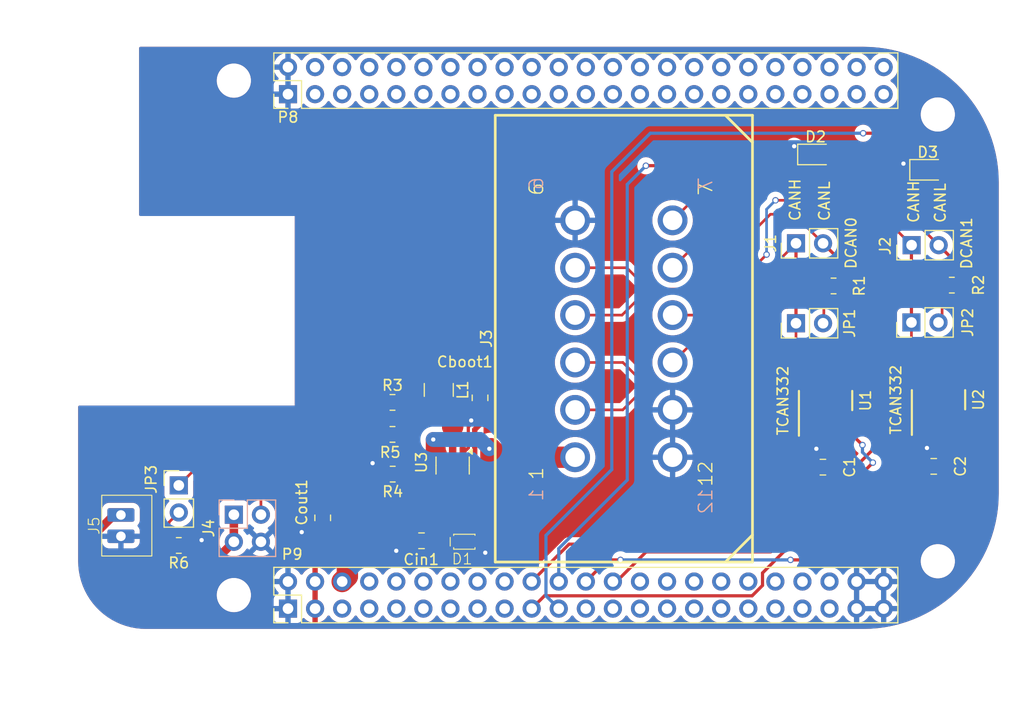
<source format=kicad_pcb>
(kicad_pcb (version 20241229) (generator "pcbnew") (generator_version "9.0")
  (layers (0 "F.Cu" signal) (2 "B.Cu" signal) (13 "F.Paste" user) (15 "B.Paste" user) (5 "F.SilkS" user "F.Silkscreen") (7 "B.SilkS" user "B.Silkscreen") (1 "F.Mask" user) (3 "B.Mask" user) (25 "Edge.Cuts" user))
  (net 0 "")
  (net 1 "/I2C2.SDA")
  (net 2 "/I2C2.SCL")
  (net 3 "+5V")
  (net 4 "/GPIO15")
  (net 5 "/GPIO14")
  (net 7 "CAN HIGH 1")
  (net 8 "Net-(JP1-B)")
  (net 9 "Net-(JP2-B)")
  (net 10 "+3.3V")
  (net 11 "GND")
  (net 12 "Net-(U3-SW)")
  (net 13 "Net-(U3-CB)")
  (net 14 "+24V")
  (net 15 "Net-(R3-Pad2)")
  (net 16 "Net-(U3-FB)")
  (net 21 "CAN LOW 1")
  (net 22 "Net-(J4-Pin_1)")
  (net 23 "/GPIO2")
  (net 24 "Net-(J4-Pin_3)")
  (net 25 "Net-(JP3-B)")
  (net 75 "/GPIO3")
  (net 101 "CAN HIGH 0")
  (net 102 "CAN LOW 0")
  (footprint "Connector_PinHeader_2.54mm:PinHeader_2x23_P2.54mm_Vertical" (layer "F.Cu") (at 119.685 49.835 90)
    (property "Reference" "P8" (at -2.165 0 0) (layer "F.SilkS"))
    (property "Value" "BeagleBone_Black_Header" (hide yes))
    (pad "1" thru_hole rect (at 0 0 90) (size 1.7 1.7) (drill 1) (layers "*.Cu" "*.Mask") (net 11 "GND"))
    (pad "2" thru_hole oval (at 2.54 0 90) (size 1.7 1.7) (drill 1) (layers "*.Cu" "*.Mask") (net 11 "GND"))
    (pad "3" thru_hole oval (at 0 2.54 90) (size 1.7 1.7) (drill 1) (layers "*.Cu" "*.Mask"))
    (pad "4" thru_hole oval (at 2.54 2.54 90) (size 1.7 1.7) (drill 1) (layers "*.Cu" "*.Mask"))
    (pad "5" thru_hole oval (at 0 5.08 90) (size 1.7 1.7) (drill 1) (layers "*.Cu" "*.Mask"))
    (pad "6" thru_hole oval (at 2.54 5.08 90) (size 1.7 1.7) (drill 1) (layers "*.Cu" "*.Mask"))
    (pad "7" thru_hole oval (at 0 7.62 90) (size 1.7 1.7) (drill 1) (layers "*.Cu" "*.Mask"))
    (pad "8" thru_hole oval (at 2.54 7.62 90) (size 1.7 1.7) (drill 1) (layers "*.Cu" "*.Mask"))
    (pad "9" thru_hole oval (at 0 10.16 90) (size 1.7 1.7) (drill 1) (layers "*.Cu" "*.Mask"))
    (pad "10" thru_hole oval (at 2.54 10.16 90) (size 1.7 1.7) (drill 1) (layers "*.Cu" "*.Mask"))
    (pad "11" thru_hole oval (at 0 12.7 90) (size 1.7 1.7) (drill 1) (layers "*.Cu" "*.Mask"))
    (pad "12" thru_hole oval (at 2.54 12.7 90) (size 1.7 1.7) (drill 1) (layers "*.Cu" "*.Mask"))
    (pad "13" thru_hole oval (at 0 15.24 90) (size 1.7 1.7) (drill 1) (layers "*.Cu" "*.Mask"))
    (pad "14" thru_hole oval (at 2.54 15.24 90) (size 1.7 1.7) (drill 1) (layers "*.Cu" "*.Mask"))
    (pad "15" thru_hole oval (at 0 17.78 90) (size 1.7 1.7) (drill 1) (layers "*.Cu" "*.Mask"))
    (pad "16" thru_hole oval (at 2.54 17.78 90) (size 1.7 1.7) (drill 1) (layers "*.Cu" "*.Mask"))
    (pad "17" thru_hole oval (at 0 20.32 90) (size 1.7 1.7) (drill 1) (layers "*.Cu" "*.Mask"))
    (pad "18" thru_hole oval (at 2.54 20.32 90) (size 1.7 1.7) (drill 1) (layers "*.Cu" "*.Mask"))
    (pad "19" thru_hole oval (at 0 22.86 90) (size 1.7 1.7) (drill 1) (layers "*.Cu" "*.Mask"))
    (pad "20" thru_hole oval (at 2.54 22.86 90) (size 1.7 1.7) (drill 1) (layers "*.Cu" "*.Mask"))
    (pad "21" thru_hole oval (at 0 25.4 90) (size 1.7 1.7) (drill 1) (layers "*.Cu" "*.Mask"))
    (pad "22" thru_hole oval (at 2.54 25.4 90) (size 1.7 1.7) (drill 1) (layers "*.Cu" "*.Mask"))
    (pad "23" thru_hole oval (at 0 27.94 90) (size 1.7 1.7) (drill 1) (layers "*.Cu" "*.Mask"))
    (pad "24" thru_hole oval (at 2.54 27.94 90) (size 1.7 1.7) (drill 1) (layers "*.Cu" "*.Mask"))
    (pad "25" thru_hole oval (at 0 30.48 90) (size 1.7 1.7) (drill 1) (layers "*.Cu" "*.Mask"))
    (pad "26" thru_hole oval (at 2.54 30.48 90) (size 1.7 1.7) (drill 1) (layers "*.Cu" "*.Mask"))
    (pad "27" thru_hole oval (at 0 33.02 90) (size 1.7 1.7) (drill 1) (layers "*.Cu" "*.Mask"))
    (pad "28" thru_hole oval (at 2.54 33.02 90) (size 1.7 1.7) (drill 1) (layers "*.Cu" "*.Mask"))
    (pad "29" thru_hole oval (at 0 35.56 90) (size 1.7 1.7) (drill 1) (layers "*.Cu" "*.Mask"))
    (pad "30" thru_hole oval (at 2.54 35.56 90) (size 1.7 1.7) (drill 1) (layers "*.Cu" "*.Mask"))
    (pad "31" thru_hole oval (at 0 38.1 90) (size 1.7 1.7) (drill 1) (layers "*.Cu" "*.Mask"))
    (pad "32" thru_hole oval (at 2.54 38.1 90) (size 1.7 1.7) (drill 1) (layers "*.Cu" "*.Mask"))
    (pad "33" thru_hole oval (at 0 40.64 90) (size 1.7 1.7) (drill 1) (layers "*.Cu" "*.Mask"))
    (pad "34" thru_hole oval (at 2.54 40.64 90) (size 1.7 1.7) (drill 1) (layers "*.Cu" "*.Mask"))
    (pad "35" thru_hole oval (at 0 43.18 90) (size 1.7 1.7) (drill 1) (layers "*.Cu" "*.Mask"))
    (pad "36" thru_hole oval (at 2.54 43.18 90) (size 1.7 1.7) (drill 1) (layers "*.Cu" "*.Mask"))
    (pad "37" thru_hole oval (at 0 45.72 90) (size 1.7 1.7) (drill 1) (layers "*.Cu" "*.Mask"))
    (pad "38" thru_hole oval (at 2.54 45.72 90) (size 1.7 1.7) (drill 1) (layers "*.Cu" "*.Mask"))
    (pad "39" thru_hole oval (at 0 48.26 90) (size 1.7 1.7) (drill 1) (layers "*.Cu" "*.Mask"))
    (pad "40" thru_hole oval (at 2.54 48.26 90) (size 1.7 1.7) (drill 1) (layers "*.Cu" "*.Mask"))
    (pad "41" thru_hole oval (at 0 50.8 90) (size 1.7 1.7) (drill 1) (layers "*.Cu" "*.Mask"))
    (pad "42" thru_hole oval (at 2.54 50.8 90) (size 1.7 1.7) (drill 1) (layers "*.Cu" "*.Mask"))
    (pad "43" thru_hole oval (at 0 53.34 90) (size 1.7 1.7) (drill 1) (layers "*.Cu" "*.Mask"))
    (pad "44" thru_hole oval (at 2.54 53.34 90) (size 1.7 1.7) (drill 1) (layers "*.Cu" "*.Mask"))
    (pad "45" thru_hole oval (at 0 55.88 90) (size 1.7 1.7) (drill 1) (layers "*.Cu" "*.Mask"))
    (pad "46" thru_hole oval (at 2.54 55.88 90) (size 1.7 1.7) (drill 1) (layers "*.Cu" "*.Mask"))
  )
  (footprint "Connector_PinHeader_2.54mm:PinHeader_2x23_P2.54mm_Vertical" (layer "F.Cu") (at 119.685 98.095 90)
    (property "Reference" "P9" (at 5.095 0.39 0) (layer "F.SilkS"))
    (property "Value" "BeagleBone_Black_Header" (hide yes))
    (pad "1" thru_hole rect (at 0 0 90) (size 1.7 1.7) (drill 1) (layers "*.Cu" "*.Mask") (net 11 "GND"))
    (pad "2" thru_hole oval (at 2.54 0 90) (size 1.7 1.7) (drill 1) (layers "*.Cu" "*.Mask") (net 11 "GND"))
    (pad "3" thru_hole oval (at 0 2.54 90) (size 1.7 1.7) (drill 1) (layers "*.Cu" "*.Mask") (net 10 "+3.3V"))
    (pad "4" thru_hole oval (at 2.54 2.54 90) (size 1.7 1.7) (drill 1) (layers "*.Cu" "*.Mask") (net 10 "+3.3V"))
    (pad "5" thru_hole oval (at 0 5.08 90) (size 1.7 1.7) (drill 1) (layers "*.Cu" "*.Mask"))
    (pad "6" thru_hole oval (at 2.54 5.08 90) (size 1.7 1.7) (drill 1) (layers "*.Cu" "*.Mask") (net 3 "+5V"))
    (pad "7" thru_hole oval (at 0 7.62 90) (size 1.7 1.7) (drill 1) (layers "*.Cu" "*.Mask"))
    (pad "8" thru_hole oval (at 2.54 7.62 90) (size 1.7 1.7) (drill 1) (layers "*.Cu" "*.Mask"))
    (pad "9" thru_hole oval (at 0 10.16 90) (size 1.7 1.7) (drill 1) (layers "*.Cu" "*.Mask"))
    (pad "10" thru_hole oval (at 2.54 10.16 90) (size 1.7 1.7) (drill 1) (layers "*.Cu" "*.Mask"))
    (pad "11" thru_hole oval (at 0 12.7 90) (size 1.7 1.7) (drill 1) (layers "*.Cu" "*.Mask"))
    (pad "12" thru_hole oval (at 2.54 12.7 90) (size 1.7 1.7) (drill 1) (layers "*.Cu" "*.Mask"))
    (pad "13" thru_hole oval (at 0 15.24 90) (size 1.7 1.7) (drill 1) (layers "*.Cu" "*.Mask"))
    (pad "14" thru_hole oval (at 2.54 15.24 90) (size 1.7 1.7) (drill 1) (layers "*.Cu" "*.Mask"))
    (pad "15" thru_hole oval (at 0 17.78 90) (size 1.7 1.7) (drill 1) (layers "*.Cu" "*.Mask"))
    (pad "16" thru_hole oval (at 2.54 17.78 90) (size 1.7 1.7) (drill 1) (layers "*.Cu" "*.Mask"))
    (pad "17" thru_hole oval (at 0 20.32 90) (size 1.7 1.7) (drill 1) (layers "*.Cu" "*.Mask"))
    (pad "18" thru_hole oval (at 2.54 20.32 90) (size 1.7 1.7) (drill 1) (layers "*.Cu" "*.Mask"))
    (pad "19" thru_hole oval (at 0 22.86 90) (size 1.7 1.7) (drill 1) (layers "*.Cu" "*.Mask") (net 2 "/I2C2.SCL"))
    (pad "20" thru_hole oval (at 2.54 22.86 90) (size 1.7 1.7) (drill 1) (layers "*.Cu" "*.Mask") (net 1 "/I2C2.SDA"))
    (pad "21" thru_hole oval (at 0 25.4 90) (size 1.7 1.7) (drill 1) (layers "*.Cu" "*.Mask") (net 75 "/GPIO3"))
    (pad "22" thru_hole oval (at 2.54 25.4 90) (size 1.7 1.7) (drill 1) (layers "*.Cu" "*.Mask") (net 23 "/GPIO2"))
    (pad "23" thru_hole oval (at 0 27.94 90) (size 1.7 1.7) (drill 1) (layers "*.Cu" "*.Mask"))
    (pad "24" thru_hole oval (at 2.54 27.94 90) (size 1.7 1.7) (drill 1) (layers "*.Cu" "*.Mask") (net 4 "/GPIO15"))
    (pad "25" thru_hole oval (at 0 30.48 90) (size 1.7 1.7) (drill 1) (layers "*.Cu" "*.Mask"))
    (pad "26" thru_hole oval (at 2.54 30.48 90) (size 1.7 1.7) (drill 1) (layers "*.Cu" "*.Mask") (net 5 "/GPIO14"))
    (pad "27" thru_hole oval (at 0 33.02 90) (size 1.7 1.7) (drill 1) (layers "*.Cu" "*.Mask"))
    (pad "28" thru_hole oval (at 2.54 33.02 90) (size 1.7 1.7) (drill 1) (layers "*.Cu" "*.Mask"))
    (pad "29" thru_hole oval (at 0 35.56 90) (size 1.7 1.7) (drill 1) (layers "*.Cu" "*.Mask"))
    (pad "30" thru_hole oval (at 2.54 35.56 90) (size 1.7 1.7) (drill 1) (layers "*.Cu" "*.Mask"))
    (pad "31" thru_hole oval (at 0 38.1 90) (size 1.7 1.7) (drill 1) (layers "*.Cu" "*.Mask"))
    (pad "32" thru_hole oval (at 2.54 38.1 90) (size 1.7 1.7) (drill 1) (layers "*.Cu" "*.Mask"))
    (pad "33" thru_hole oval (at 0 40.64 90) (size 1.7 1.7) (drill 1) (layers "*.Cu" "*.Mask"))
    (pad "34" thru_hole oval (at 2.54 40.64 90) (size 1.7 1.7) (drill 1) (layers "*.Cu" "*.Mask"))
    (pad "35" thru_hole oval (at 0 43.18 90) (size 1.7 1.7) (drill 1) (layers "*.Cu" "*.Mask"))
    (pad "36" thru_hole oval (at 2.54 43.18 90) (size 1.7 1.7) (drill 1) (layers "*.Cu" "*.Mask"))
    (pad "37" thru_hole oval (at 0 45.72 90) (size 1.7 1.7) (drill 1) (layers "*.Cu" "*.Mask"))
    (pad "38" thru_hole oval (at 2.54 45.72 90) (size 1.7 1.7) (drill 1) (layers "*.Cu" "*.Mask"))
    (pad "39" thru_hole oval (at 0 48.26 90) (size 1.7 1.7) (drill 1) (layers "*.Cu" "*.Mask"))
    (pad "40" thru_hole oval (at 2.54 48.26 90) (size 1.7 1.7) (drill 1) (layers "*.Cu" "*.Mask"))
    (pad "41" thru_hole oval (at 0 50.8 90) (size 1.7 1.7) (drill 1) (layers "*.Cu" "*.Mask"))
    (pad "42" thru_hole oval (at 2.54 50.8 90) (size 1.7 1.7) (drill 1) (layers "*.Cu" "*.Mask"))
    (pad "43" thru_hole oval (at 0 53.34 90) (size 1.7 1.7) (drill 1) (layers "*.Cu" "*.Mask") (net 11 "GND"))
    (pad "44" thru_hole oval (at 2.54 53.34 90) (size 1.7 1.7) (drill 1) (layers "*.Cu" "*.Mask") (net 11 "GND"))
    (pad "45" thru_hole oval (at 0 55.88 90) (size 1.7 1.7) (drill 1) (layers "*.Cu" "*.Mask") (net 11 "GND"))
    (pad "46" thru_hole oval (at 2.54 55.88 90) (size 1.7 1.7) (drill 1) (layers "*.Cu" "*.Mask") (net 11 "GND"))
  )
  (footprint "Connector_PinHeader_2.54mm:PinHeader_1x02_P2.54mm_Vertical" (layer "F.Cu") (at 178.17 71.25 90)
    (property "Reference" "JP2" (at 0 5.275 90) (layer "F.SilkS"))
    (property "Value" "Jumper_2_Open")
    (pad "1" thru_hole rect (at 0 0 90) (size 1.7 1.7) (drill 1) (layers "*.Cu" "*.Mask") (net 7 "CAN HIGH 1"))
    (pad "2" thru_hole circle (at 0 2.54 90) (size 1.7 1.7) (drill 1) (layers "*.Cu" "*.Mask") (net 9 "Net-(JP2-B)"))
  )
  (footprint "Resistor_SMD:R_0805_2012Metric" (layer "F.Cu") (at 129.5075 85.48 180)
    (property "Reference" "R4" (at 0 -1.65 0) (layer "F.SilkS"))
    (property "Value" "1K")
    (pad "1" smd roundrect (at -0.9125 0 180) (size 1.025 1.4) (layers "F.Cu" "F.Mask" "F.Paste") (roundrect_rratio 0.243902) (net 16 "Net-(U3-FB)"))
    (pad "2" smd roundrect (at 0.9125 0 180) (size 1.025 1.4) (layers "F.Cu" "F.Mask" "F.Paste") (roundrect_rratio 0.243902) (net 11 "GND"))
  )
  (footprint "SeniorDesign:Deutsch_Marlin" (layer "F.Cu") (at 151.192 72.7698 90)
    (property "Reference" "J3" (at 0 -12.892 90) (layer "F.SilkS"))
    (property "Value" "DTM15-12PA")
    (fp_text user "7" (at 13.335 8.410575 90) (layer "F.SilkS") (effects (font (size 1.27 1.27) (thickness 0.127)) (justify left bottom)))
    (fp_text user "12" (at -13.97 8.410575 90) (layer "F.SilkS") (effects (font (size 1.27 1.27) (thickness 0.127)) (justify left bottom)))
    (fp_text user "6" (at 13.335 -7.464425 90) (layer "F.SilkS") (effects (font (size 1.27 1.27) (thickness 0.127)) (justify left bottom)))
    (fp_text user "1" (at -13.335 -7.464425 90) (layer "F.SilkS") (effects (font (size 1.27 1.27) (thickness 0.127)) (justify left bottom)))
    (fp_text user "6" (at 15.24 -7.464425 90) (layer "B.SilkS") (effects (font (size 1.27 1.27) (thickness 0.127)) (justify left bottom mirror)))
    (fp_text user "1" (at -13.97 -7.464425 90) (layer "B.SilkS") (effects (font (size 1.27 1.27) (thickness 0.127)) (justify left bottom mirror)))
    (fp_text user "12" (at -13.97 8.410575 90) (layer "B.SilkS") (effects (font (size 1.27 1.27) (thickness 0.127)) (justify left bottom mirror)))
    (fp_text user "7" (at 15.24 8.410575 90) (layer "B.SilkS") (effects (font (size 1.27 1.27) (thickness 0.127)) (justify left bottom mirror)))
    (pad "1" thru_hole circle (at -11.1252 -4.572 90) (size 2.794 2.794) (drill 1.8288) (layers "*.Cu" "*.Mask") (net 14 "+24V"))
    (pad "2" thru_hole circle (at -6.6802 -4.572 90) (size 2.794 2.794) (drill 1.8288) (layers "*.Cu" "*.Mask") (net 101 "CAN HIGH 0"))
    (pad "3" thru_hole circle (at -2.2352 -4.572 90) (size 2.794 2.794) (drill 1.8288) (layers "*.Cu" "*.Mask") (net 101 "CAN HIGH 0"))
    (pad "4" thru_hole circle (at 2.2098 -4.572 90) (size 2.794 2.794) (drill 1.8288) (layers "*.Cu" "*.Mask") (net 102 "CAN LOW 0"))
    (pad "5" thru_hole circle (at 6.6548 -4.572 90) (size 2.794 2.794) (drill 1.8288) (layers "*.Cu" "*.Mask") (net 102 "CAN LOW 0"))
    (pad "6" thru_hole circle (at 11.0998 -4.572 90) (size 2.794 2.794) (drill 1.8288) (layers "*.Cu" "*.Mask") (net 11 "GND"))
    (pad "7" thru_hole circle (at 11.0998 4.572 90) (size 2.794 2.794) (drill 1.8288) (layers "*.Cu" "*.Mask") (net 21 "CAN LOW 1"))
    (pad "8" thru_hole circle (at 6.6548 4.572 90) (size 2.794 2.794) (drill 1.8288) (layers "*.Cu" "*.Mask") (net 21 "CAN LOW 1"))
    (pad "9" thru_hole circle (at 2.2098 4.572 90) (size 2.794 2.794) (drill 1.8288) (layers "*.Cu" "*.Mask") (net 7 "CAN HIGH 1"))
    (pad "10" thru_hole circle (at -2.2352 4.572 90) (size 2.794 2.794) (drill 1.8288) (layers "*.Cu" "*.Mask") (net 7 "CAN HIGH 1"))
    (pad "11" thru_hole circle (at -6.6802 4.572 90) (size 2.794 2.794) (drill 1.8288) (layers "*.Cu" "*.Mask") (net 11 "GND"))
    (pad "12" thru_hole circle (at -11.1252 4.572 90) (size 2.794 2.794) (drill 1.8288) (layers "*.Cu" "*.Mask") (net 11 "GND"))
  )
  (footprint "Capacitor_SMD:C_0805_2012Metric" (layer "F.Cu") (at 122.94 89.58 -90)
    (property "Reference" "Cout1" (at -1.45 1.97 90) (layer "F.SilkS"))
    (property "Value" "20 uF")
    (pad "1" smd roundrect (at -0.95 0 270) (size 1 1.45) (layers "F.Cu" "F.Mask" "F.Paste") (net 3 "+5V"))
    (pad "2" smd roundrect (at 0.95 0 270) (size 1 1.45) (layers "F.Cu" "F.Mask" "F.Paste") (net 11 "GND"))
  )
  (footprint "SeniorDesign:TVSDiode" (layer "F.Cu") (at 136.2275 91.82 90)
    (property "Reference" "D1" (at -1.62 -0.2075 0) (layer "F.SilkS") (effects (font (thickness 0.1))))
    (property "Value" "CUHZ36V")
    (pad "1" smd roundrect (at 0 -0.5 90) (size 1 1.5) (layers "F.Cu" "F.Mask" "F.Paste") (roundrect_rratio 0.15) (net 14 "+24V"))
    (pad "2" smd roundrect (at 0.02 1.12 90) (size 1 0.4) (layers "F.Cu" "F.Mask" "F.Paste") (roundrect_rratio 0.15) (net 11 "GND"))
  )
  (footprint "MountingHole:MountingHole_3.2mm_M3_DIN965" (layer "F.Cu") (at 180.645 51.74)
    (property "Reference" "MH3" (hide yes))
    (property "Value" "MountingHole_3.2mm_M3_DIN965" (hide yes))
    (pad "" np_thru_hole circle (at 0 0) (size 3.2 3.2) (drill 3.2) (layers "*.Cu" "*.Mask"))
  )
  (footprint "Connector_PinHeader_2.54mm:PinHeader_1x02_P2.54mm_Vertical" (layer "F.Cu") (at 109.44 86.535)
    (property "Reference" "JP3" (at -2.59 -0.565 90) (layer "F.SilkS"))
    (property "Value" "Jumper_2_Open")
    (pad "1" thru_hole rect (at 0 0) (size 1.7 1.7) (drill 1) (layers "*.Cu" "*.Mask") (net 24 "Net-(J4-Pin_3)"))
    (pad "2" thru_hole circle (at 0 2.54) (size 1.7 1.7) (drill 1) (layers "*.Cu" "*.Mask") (net 25 "Net-(JP3-B)"))
  )
  (footprint "Connector_PinHeader_2.54mm:PinHeader_1x02_P2.54mm_Vertical" (layer "F.Cu") (at 167.34 63.824998 90)
    (property "Reference" "J1" (at 0 -2.38 90) (layer "F.SilkS"))
    (property "Value" "Conn_01x02_Pin")
    (pad "1" thru_hole rect (at 0 0 90) (size 1.7 1.7) (drill 1) (layers "*.Cu" "*.Mask") (net 101 "CAN HIGH 0"))
    (pad "2" thru_hole circle (at 0 2.54 90) (size 1.7 1.7) (drill 1) (layers "*.Cu" "*.Mask") (net 102 "CAN LOW 0"))
  )
  (footprint "Package_TO_SOT_SMD:SOT-23-6" (layer "F.Cu") (at 135.13 84.67 -90)
    (property "Reference" "U3" (at -0.29 2.93 90) (layer "F.SilkS"))
    (property "Value" "LMR51430")
    (pad "1" smd roundrect (at -1.1375 -0.95 270) (size 1.325 0.6) (layers "F.Cu" "F.Mask" "F.Paste") (net 11 "GND"))
    (pad "2" smd roundrect (at -1.1375 0 270) (size 1.325 0.6) (layers "F.Cu" "F.Mask" "F.Paste") (net 12 "Net-(U3-SW)"))
    (pad "3" smd roundrect (at -1.1375 0.95 270) (size 1.325 0.6) (layers "F.Cu" "F.Mask" "F.Paste") (net 14 "+24V"))
    (pad "4" smd roundrect (at 1.1375 0.95 270) (size 1.325 0.6) (layers "F.Cu" "F.Mask" "F.Paste") (net 16 "Net-(U3-FB)"))
    (pad "5" smd roundrect (at 1.1375 0 270) (size 1.325 0.6) (layers "F.Cu" "F.Mask" "F.Paste") (net 14 "+24V"))
    (pad "6" smd roundrect (at 1.1375 -0.95 270) (size 1.325 0.6) (layers "F.Cu" "F.Mask" "F.Paste") (net 13 "Net-(U3-CB)"))
  )
  (footprint "Senior Design:D0008A_M" (layer "F.Cu") (at 170.115 78.574998 90)
    (property "Reference" "U1" (at 0 3.75 90) (layer "F.SilkS"))
    (property "Value" "TCAN332")
    (fp_text user "TCAN332" (at 0 -4 90) (layer "F.SilkS"))
    (pad "1" smd oval (at -2.825001 -1.905 180) (size 0.650001 1.649999) (layers "F.Cu" "F.Mask" "F.Paste") (net 1 "/I2C2.SDA"))
    (pad "2" smd oval (at -2.825001 -0.635 180) (size 0.650001 1.649999) (layers "F.Cu" "F.Mask" "F.Paste") (net 11 "GND"))
    (pad "3" smd oval (at -2.825001 0.635 180) (size 0.650001 1.649999) (layers "F.Cu" "F.Mask" "F.Paste") (net 10 "+3.3V"))
    (pad "4" smd oval (at -2.825001 1.905 180) (size 0.650001 1.649999) (layers "F.Cu" "F.Mask" "F.Paste") (net 2 "/I2C2.SCL"))
    (pad "5" smd oval (at 2.824998 1.905 180) (size 0.650001 1.649999) (layers "F.Cu" "F.Mask" "F.Paste"))
    (pad "6" smd oval (at 2.824998 0.635 180) (size 0.650001 1.649999) (layers "F.Cu" "F.Mask" "F.Paste") (net 102 "CAN LOW 0"))
    (pad "7" smd oval (at 2.824998 -0.635 180) (size 0.650001 1.649999) (layers "F.Cu" "F.Mask" "F.Paste") (net 101 "CAN HIGH 0"))
    (pad "8" smd oval (at 2.824998 -1.905 180) (size 0.650001 1.649999) (layers "F.Cu" "F.Mask" "F.Paste"))
  )
  (footprint "LED_SMD:LED_0805_2012Metric" (layer "F.Cu") (at 169.1825 55.49)
    (property "Reference" "D2" (at 0 -1.65 0) (layer "F.SilkS"))
    (property "Value" "CAN0LED")
    (pad "1" smd roundrect (at -0.9375 0) (size 0.975 1.4) (layers "F.Cu" "F.Mask" "F.Paste") (net 11 "GND"))
    (pad "2" smd roundrect (at 0.9375 0) (size 0.975 1.4) (layers "F.Cu" "F.Mask" "F.Paste") (net 23 "/GPIO2"))
  )
  (footprint "MountingHole:MountingHole_3.2mm_M3_DIN965" (layer "F.Cu") (at 180.645 93.65)
    (property "Reference" "MH4" (hide yes))
    (property "Value" "MountingHole_3.2mm_M3_DIN965" (hide yes))
    (pad "" np_thru_hole circle (at 0 0) (size 3.2 3.2) (drill 3.2) (layers "*.Cu" "*.Mask"))
  )
  (footprint "Capacitor_SMD:C_0805_2012Metric" (layer "F.Cu") (at 132.21 91.73 180)
    (property "Reference" "Cin1" (at 0.03 -1.76 180) (layer "F.SilkS"))
    (property "Value" "2.2 uF")
    (pad "1" smd roundrect (at -0.95 0 180) (size 1 1.45) (layers "F.Cu" "F.Mask" "F.Paste") (net 14 "+24V"))
    (pad "2" smd roundrect (at 0.95 0 180) (size 1 1.45) (layers "F.Cu" "F.Mask" "F.Paste") (net 11 "GND"))
  )
  (footprint "Capacitor_SMD:C_0805_2012Metric" (layer "F.Cu") (at 169.865 84.824998 180)
    (property "Reference" "C1" (at -2.5 0 90) (layer "F.SilkS"))
    (property "Value" "0.1 uF")
    (pad "1" smd roundrect (at -0.95 0 180) (size 1 1.45) (layers "F.Cu" "F.Mask" "F.Paste") (net 10 "+3.3V"))
    (pad "2" smd roundrect (at 0.95 0 180) (size 1 1.45) (layers "F.Cu" "F.Mask" "F.Paste") (net 11 "GND"))
  )
  (footprint "Capacitor_SMD:C_0805_2012Metric" (layer "F.Cu") (at 137.7 78.32 90)
    (property "Reference" "Cboot1" (at 3.37 -1.43 180) (layer "F.SilkS"))
    (property "Value" "0.1 uF")
    (pad "1" smd roundrect (at -0.95 0 90) (size 1 1.45) (layers "F.Cu" "F.Mask" "F.Paste") (net 13 "Net-(U3-CB)"))
    (pad "2" smd roundrect (at 0.95 0 90) (size 1 1.45) (layers "F.Cu" "F.Mask" "F.Paste") (net 12 "Net-(U3-SW)"))
  )
  (footprint "Connector_PinHeader_2.54mm:PinHeader_1x02_P2.54mm_Vertical" (layer "F.Cu") (at 178.185 64 90)
    (property "Reference" "J2" (at -0.075 -2.475 90) (layer "F.SilkS"))
    (property "Value" "Conn_01x02_Pin")
    (pad "1" thru_hole rect (at 0 0 90) (size 1.7 1.7) (drill 1) (layers "*.Cu" "*.Mask") (net 7 "CAN HIGH 1"))
    (pad "2" thru_hole circle (at 0 2.54 90) (size 1.7 1.7) (drill 1) (layers "*.Cu" "*.Mask") (net 21 "CAN LOW 1"))
  )
  (footprint "MountingHole:MountingHole_3.2mm_M3_DIN965" (layer "F.Cu") (at 114.605 48.565)
    (property "Reference" "MH1" (hide yes))
    (property "Value" "MountingHole_3.2mm_M3_DIN965" (hide yes))
    (pad "" np_thru_hole circle (at 0 0) (size 3.2 3.2) (drill 3.2) (layers "*.Cu" "*.Mask"))
  )
  (footprint "SeniorDesign:BatteryHolder" (layer "F.Cu") (at 104.56 90.31)
    (property "Reference" "J5" (at -3.07 0.01 90) (layer "F.SilkS") (effects (font (thickness 0.1))))
    (property "Value" "Battery Harness")
    (pad "1" thru_hole roundrect (at -0.55 -1) (size 2.54 1.27) (drill 0.9) (layers "*.Cu" "*.Mask") (roundrect_rratio 0.15) (net 22 "Net-(J4-Pin_1)"))
    (pad "2" thru_hole roundrect (at -0.55 1) (size 2.54 1.27) (drill 0.9) (layers "*.Cu" "*.Mask") (roundrect_rratio 0.15) (net 11 "GND"))
  )
  (footprint "Connector_PinHeader_2.54mm:PinHeader_1x02_P2.54mm_Vertical" (layer "F.Cu") (at 167.34 71.324998 90)
    (property "Reference" "JP1" (at 0 5.025 90) (layer "F.SilkS"))
    (property "Value" "Jumper_2_Open")
    (pad "1" thru_hole rect (at 0 0 90) (size 1.7 1.7) (drill 1) (layers "*.Cu" "*.Mask") (net 101 "CAN HIGH 0"))
    (pad "2" thru_hole circle (at 0 2.54 90) (size 1.7 1.7) (drill 1) (layers "*.Cu" "*.Mask") (net 8 "Net-(JP1-B)"))
  )
  (footprint "LED_SMD:LED_0805_2012Metric" (layer "F.Cu") (at 179.7025 56.93)
    (property "Reference" "D3" (at 0 -1.65 0) (layer "F.SilkS"))
    (property "Value" "CAN1LED")
    (pad "1" smd roundrect (at -0.9375 0) (size 0.975 1.4) (layers "F.Cu" "F.Mask" "F.Paste") (net 11 "GND"))
    (pad "2" smd roundrect (at 0.9375 0) (size 0.975 1.4) (layers "F.Cu" "F.Mask" "F.Paste") (net 75 "/GPIO3"))
  )
  (footprint "Resistor_SMD:R_0805_2012Metric" (layer "F.Cu") (at 170.865 67.824998)
    (property "Reference" "R1" (at 2.4125 0 90) (layer "F.SilkS"))
    (property "Value" "120")
    (pad "1" smd roundrect (at -0.9125 0) (size 1.025 1.4) (layers "F.Cu" "F.Mask" "F.Paste") (roundrect_rratio 0.243902) (net 8 "Net-(JP1-B)"))
    (pad "2" smd roundrect (at 0.9125 0) (size 1.025 1.4) (layers "F.Cu" "F.Mask" "F.Paste") (roundrect_rratio 0.243902) (net 102 "CAN LOW 0"))
  )
  (footprint "Inductor_SMD:L_1210_3225Metric" (layer "F.Cu") (at 133.83 77.58 90)
    (property "Reference" "L1" (at 0 2.25 90) (layer "F.SilkS"))
    (property "Value" "6.8 uH")
    (pad "1" smd roundrect (at -1.4 0 90) (size 1.25 2.65) (layers "F.Cu" "F.Mask" "F.Paste") (roundrect_rratio 0.2) (net 12 "Net-(U3-SW)"))
    (pad "2" smd roundrect (at 1.4 0 90) (size 1.25 2.65) (layers "F.Cu" "F.Mask" "F.Paste") (roundrect_rratio 0.2) (net 3 "+5V"))
  )
  (footprint "MountingHole:MountingHole_3.2mm_M3_DIN965" (layer "F.Cu") (at 114.605 96.825)
    (property "Reference" "MH2" (hide yes))
    (property "Value" "MountingHole_3.2mm_M3_DIN965" (hide yes))
    (pad "" np_thru_hole circle (at 0 0) (size 3.2 3.2) (drill 3.2) (layers "*.Cu" "*.Mask"))
  )
  (footprint "Resistor_SMD:R_0805_2012Metric" (layer "F.Cu") (at 109.44 92.17)
    (property "Reference" "R6" (at 0 1.64 0) (layer "F.SilkS"))
    (property "Value" "10k")
    (pad "1" smd roundrect (at -0.9125 0) (size 1.025 1.4) (layers "F.Cu" "F.Mask" "F.Paste") (roundrect_rratio 0.243902) (net 25 "Net-(JP3-B)"))
    (pad "2" smd roundrect (at 0.9125 0) (size 1.025 1.4) (layers "F.Cu" "F.Mask" "F.Paste") (roundrect_rratio 0.243902) (net 11 "GND"))
  )
  (footprint "Resistor_SMD:R_0805_2012Metric" (layer "F.Cu") (at 129.4875 78.75)
    (property "Reference" "R3" (at 0 -1.6 0) (layer "F.SilkS"))
    (property "Value" "470")
    (pad "1" smd roundrect (at -0.9125 0) (size 1.025 1.4) (layers "F.Cu" "F.Mask" "F.Paste") (roundrect_rratio 0.243902) (net 3 "+5V"))
    (pad "2" smd roundrect (at 0.9125 0) (size 1.025 1.4) (layers "F.Cu" "F.Mask" "F.Paste") (roundrect_rratio 0.243902) (net 15 "Net-(R3-Pad2)"))
  )
  (footprint "Senior Design:D0008A_M" (layer "F.Cu") (at 180.71 78.5 90)
    (property "Reference" "U2" (at 0 3.75 90) (layer "F.SilkS"))
    (property "Value" "TCAN332")
    (fp_text user "TCAN332" (at 0 -4 90) (layer "F.SilkS"))
    (pad "1" smd oval (at -2.825001 -1.905 180) (size 0.650001 1.649999) (layers "F.Cu" "F.Mask" "F.Paste") (net 5 "/GPIO14"))
    (pad "2" smd oval (at -2.825001 -0.635 180) (size 0.650001 1.649999) (layers "F.Cu" "F.Mask" "F.Paste") (net 11 "GND"))
    (pad "3" smd oval (at -2.825001 0.635 180) (size 0.650001 1.649999) (layers "F.Cu" "F.Mask" "F.Paste") (net 10 "+3.3V"))
    (pad "4" smd oval (at -2.825001 1.905 180) (size 0.650001 1.649999) (layers "F.Cu" "F.Mask" "F.Paste") (net 4 "/GPIO15"))
    (pad "5" smd oval (at 2.824998 1.905 180) (size 0.650001 1.649999) (layers "F.Cu" "F.Mask" "F.Paste"))
    (pad "6" smd oval (at 2.824998 0.635 180) (size 0.650001 1.649999) (layers "F.Cu" "F.Mask" "F.Paste") (net 21 "CAN LOW 1"))
    (pad "7" smd oval (at 2.824998 -0.635 180) (size 0.650001 1.649999) (layers "F.Cu" "F.Mask" "F.Paste") (net 7 "CAN HIGH 1"))
    (pad "8" smd oval (at 2.824998 -1.905 180) (size 0.650001 1.649999) (layers "F.Cu" "F.Mask" "F.Paste"))
  )
  (footprint "Capacitor_SMD:C_0805_2012Metric" (layer "F.Cu") (at 180.26 84.75 180)
    (property "Reference" "C2" (at -2.5 0 90) (layer "F.SilkS"))
    (property "Value" "0.1 uF")
    (pad "1" smd roundrect (at -0.95 0 180) (size 1 1.45) (layers "F.Cu" "F.Mask" "F.Paste") (net 10 "+3.3V"))
    (pad "2" smd roundrect (at 0.95 0 180) (size 1 1.45) (layers "F.Cu" "F.Mask" "F.Paste") (net 11 "GND"))
  )
  (footprint "Resistor_SMD:R_0805_2012Metric" (layer "F.Cu") (at 181.96 67.75)
    (property "Reference" "R2" (at 2.5 0 90) (layer "F.SilkS"))
    (property "Value" "120")
    (pad "1" smd roundrect (at -0.9125 0) (size 1.025 1.4) (layers "F.Cu" "F.Mask" "F.Paste") (roundrect_rratio 0.243902) (net 9 "Net-(JP2-B)"))
    (pad "2" smd roundrect (at 0.9125 0) (size 1.025 1.4) (layers "F.Cu" "F.Mask" "F.Paste") (roundrect_rratio 0.243902) (net 21 "CAN LOW 1"))
  )
  (footprint "Resistor_SMD:R_0805_2012Metric" (layer "F.Cu") (at 129.4875 81.75)
    (property "Reference" "R5" (at -0.2175 1.69 0) (layer "F.SilkS"))
    (property "Value" "6.8K")
    (pad "1" smd roundrect (at -0.9125 0) (size 1.025 1.4) (layers "F.Cu" "F.Mask" "F.Paste") (roundrect_rratio 0.243902) (net 15 "Net-(R3-Pad2)"))
    (pad "2" smd roundrect (at 0.9125 0) (size 1.025 1.4) (layers "F.Cu" "F.Mask" "F.Paste") (roundrect_rratio 0.243902) (net 16 "Net-(U3-FB)"))
  )
  (footprint "Connector_PinHeader_2.54mm:PinHeader_2x02_P2.54mm_Vertical" (layer "B.Cu") (at 114.605 89.285 -90)
    (property "Reference" "J4" (at 1.27 2.36 270) (layer "F.SilkS"))
    (property "Value" "Conn_02x02_Top_Bottom")
    (pad "1" thru_hole rect (at 0 0 270) (size 1.7 1.7) (drill 1) (layers "*.Cu" "*.Mask") (net 22 "Net-(J4-Pin_1)"))
    (pad "2" thru_hole circle (at 2.54 0 270) (size 1.7 1.7) (drill 1) (layers "*.Cu" "*.Mask") (net 22 "Net-(J4-Pin_1)"))
    (pad "3" thru_hole circle (at 0 -2.54 270) (size 1.7 1.7) (drill 1) (layers "*.Cu" "*.Mask") (net 24 "Net-(J4-Pin_3)"))
    (pad "4" thru_hole circle (at 2.54 -2.54 270) (size 1.7 1.7) (drill 1) (layers "*.Cu" "*.Mask") (net 11 "GND"))
  )
  (gr_arc (start 106.35 100) (mid 101.859872 98.140128) (end 100 93.65) (stroke (width 0.00254)) (layer "Edge.Cuts"))
  (gr_line (start 186.36 87.3) (end 186.36 58.09) (stroke (width 0.00254)) (layer "Edge.Cuts"))
  (gr_line (start 106.35 100) (end 173.66 100) (stroke (width 0.00254)) (layer "Edge.Cuts"))
  (gr_line (start 120.32 79.045) (end 100 79.045) (stroke (width 0.00254)) (layer "Edge.Cuts"))
  (gr_line (start 105.715 45.39) (end 105.715 61.265) (stroke (width 0.00254)) (layer "Edge.Cuts"))
  (gr_line (start 100 79.045) (end 100 93.65) (stroke (width 0.00254)) (layer "Edge.Cuts"))
  (gr_line (start 173.66 45.39) (end 105.715 45.39) (stroke (width 0.00254)) (layer "Edge.Cuts"))
  (gr_arc (start 186.36 87.3) (mid 182.640256 96.280256) (end 173.66 100) (stroke (width 0.00254)) (layer "Edge.Cuts"))
  (gr_arc (start 173.66 45.39) (mid 182.640256 49.109744) (end 186.36 58.09) (stroke (width 0.00254)) (layer "Edge.Cuts"))
  (gr_line (start 120.32 61.265) (end 120.32 79.045) (stroke (width 0.00254)) (layer "Edge.Cuts"))
  (gr_line (start 105.715 61.265) (end 120.32 61.265) (stroke (width 0.00254)) (layer "Edge.Cuts"))
  (gr_text "CANL" (at 181.46 62 90) (layer "F.SilkS") (effects (font (size 1 1)) (justify left bottom)))
  (gr_text "DCAN1" (at 183.935 66.35 90) (layer "F.SilkS") (effects (font (size 1 1)) (justify left bottom)))
  (gr_text "DCAN0" (at 173.09 66.324998 90) (layer "F.SilkS") (effects (font (size 1 1)) (justify left bottom)))
  (gr_text "CANH" (at 167.84 61.824998 90) (layer "F.SilkS") (effects (font (size 1 1)) (justify left bottom)))
  (gr_text "CANH" (at 178.96 62 90) (layer "F.SilkS") (effects (font (size 1 1)) (justify left bottom)))
  (gr_text "CANL" (at 170.59 61.824998 90) (layer "F.SilkS") (effects (font (size 1 1)) (justify left bottom)))
  (segment (start 162.17 92.05) (end 167.5 86.72) (width 0.3) (layer "F.Cu") (net 1))
  (segment (start 142.545 95.555) (end 146.05 92.05) (width 0.3) (layer "F.Cu") (net 1))
  (segment (start 167.5 86.72) (end 167.5 82.109999) (width 0.3) (layer "F.Cu") (net 1))
  (segment (start 168.21 81.399999) (end 168.21 80.9) (width 0.25) (layer "F.Cu") (net 1))
  (segment (start 167.5 82.109999) (end 168.21 81.399999) (width 0.3) (layer "F.Cu") (net 1))
  (segment (start 146.05 92.05) (end 162.17 92.05) (width 0.3) (layer "F.Cu") (net 1))
  (segment (start 143.746 96.894) (end 142.545 98.095) (width 0.3) (layer "F.Cu") (net 2))
  (segment (start 174.55 84.4) (end 164.2 94.75) (width 0.3) (layer "F.Cu") (net 2))
  (segment (start 164.2 94.75) (end 164.2 95.918471) (width 0.3) (layer "F.Cu") (net 2))
  (segment (start 172.02 81.399999) (end 172.224999 81.399999) (width 0.3) (layer "F.Cu") (net 2))
  (segment (start 164.2 95.918471) (end 163.224471 96.894) (width 0.3) (layer "F.Cu") (net 2))
  (segment (start 163.224471 96.894) (end 143.746 96.894) (width 0.3) (layer "F.Cu") (net 2))
  (segment (start 172.224999 81.399999) (end 173.575 82.75) (width 0.3) (layer "F.Cu") (net 2))
  (via (at 173.575 82.75) (size 0.6) (drill 0.4) (layers "F.Cu" "B.Cu") (net 2))
  (via (at 174.55 84.4) (size 0.6) (drill 0.4) (layers "F.Cu" "B.Cu") (net 2))
  (segment (start 173.575 82.75) (end 173.575 83.425) (width 0.3) (layer "B.Cu") (net 2))
  (segment (start 173.575 83.425) (end 174.55 84.4) (width 0.3) (layer "B.Cu") (net 2))
  (segment (start 125.254 95.066) (end 124.765 95.555) (width 2) (layer "F.Cu") (net 3))
  (segment (start 126.5675 78.75) (end 125.4175 77.6) (width 1.4) (layer "F.Cu") (net 3))
  (segment (start 125.254 86.316) (end 125.254 95.066) (width 2) (layer "F.Cu") (net 3))
  (segment (start 125.4175 86.1525) (end 125.254 86.316) (width 2) (layer "F.Cu") (net 3))
  (segment (start 125.4175 86.1525) (end 122.94 88.63) (width 2) (layer "F.Cu") (net 3))
  (segment (start 126.8375 76.18) (end 125.4175 77.6) (width 2) (layer "F.Cu") (net 3))
  (segment (start 128.575 78.75) (end 126.5675 78.75) (width 1.4) (layer "F.Cu") (net 3))
  (segment (start 133.83 76.18) (end 126.8375 76.18) (width 2) (layer "F.Cu") (net 3))
  (segment (start 125.4175 77.6) (end 125.4175 86.1525) (width 2) (layer "F.Cu") (net 3))
  (segment (start 150.875 93.525) (end 149.655 93.525) (width 0.3) (layer "F.Cu") (net 4))
  (segment (start 149.655 93.525) (end 147.625 95.555) (width 0.3) (layer "F.Cu") (net 4))
  (segment (start 174.01687 93.525) (end 166.825 93.525) (width 0.3) (layer "F.Cu") (net 4))
  (segment (start 182.615 84.92687) (end 174.01687 93.525) (width 0.3) (layer "F.Cu") (net 4))
  (segment (start 182.615 81.325001) (end 182.615 84.92687) (width 0.3) (layer "F.Cu") (net 4))
  (via (at 166.825 93.525) (size 0.6) (drill 0.4) (layers "F.Cu" "B.Cu") (net 4))
  (via (at 150.875 93.525) (size 0.6) (drill 0.4) (layers "F.Cu" "B.Cu") (net 4))
  (segment (start 166.825 93.525) (end 150.875 93.525) (width 0.3) (layer "B.Cu") (net 4))
  (segment (start 176.399999 81.325001) (end 178.805 81.325001) (width 0.3) (layer "F.Cu") (net 5))
  (segment (start 150.165 95.555) (end 150.495 95.555) (width 0.3) (layer "F.Cu") (net 5))
  (segment (start 153.275 92.775) (end 164.95 92.775) (width 0.3) (layer "F.Cu") (net 5))
  (segment (start 150.495 95.555) (end 153.275 92.775) (width 0.3) (layer "F.Cu") (net 5))
  (segment (start 164.95 92.775) (end 176.399999 81.325001) (width 0.3) (layer "F.Cu") (net 5))
  (segment (start 180.075 75.675002) (end 180.075 75.365) (width 0.25) (layer "F.Cu") (net 7))
  (segment (start 155.764 70.56) (end 158.9 70.56) (width 0.25) (layer "F.Cu") (net 7))
  (segment (start 158.9 70.56) (end 159.875 69.585) (width 0.25) (layer "F.Cu") (net 7))
  (segment (start 164.42 65.04) (end 164.58 64.88) (width 0.25) (layer "F.Cu") (net 7))
  (segment (start 165.42 59.79) (end 173.975 59.79) (width 0.25) (layer "F.Cu") (net 7))
  (segment (start 178.17 73.46) (end 178.17 71.25) (width 0.25) (layer "F.Cu") (net 7))
  (segment (start 178.17 64.015) (end 178.185 64) (width 0.3) (layer "F.Cu") (net 7))
  (segment (start 173.975 59.79) (end 178.185 64) (width 0.25) (layer "F.Cu") (net 7))
  (segment (start 159.875 69.585) (end 164.42 65.04) (width 0.25) (layer "F.Cu") (net 7))
  (segment (start 178.17 71.25) (end 178.17 64.015) (width 0.3) (layer "F.Cu") (net 7))
  (segment (start 159.875 70.894) (end 159.875 69.585) (width 0.25) (layer "F.Cu") (net 7))
  (segment (start 180.075 75.365) (end 178.17 73.46) (width 0.25) (layer "F.Cu") (net 7))
  (segment (start 155.764 75.005) (end 159.875 70.894) (width 0.25) (layer "F.Cu") (net 7))
  (via (at 165.42 59.79) (size 0.6) (drill 0.4) (layers "F.Cu" "B.Cu") (net 7))
  (via (at 164.58 64.88) (size 0.6) (drill 0.4) (layers "F.Cu" "B.Cu") (net 7))
  (segment (start 164.58 64.88) (end 164.58 60.63) (width 0.25) (layer "B.Cu") (net 7))
  (segment (start 164.58 60.63) (end 165.42 59.79) (width 0.25) (layer "B.Cu") (net 7))
  (segment (start 169.9525 71.252498) (end 169.88 71.324998) (width 0.25) (layer "F.Cu") (net 8))
  (segment (start 169.9525 67.824998) (end 169.9525 71.252498) (width 0.25) (layer "F.Cu") (net 8))
  (segment (start 181.0475 67.75) (end 181.0475 70.9125) (width 0.25) (layer "F.Cu") (net 9))
  (segment (start 181.0475 70.9125) (end 180.71 71.25) (width 0.25) (layer "F.Cu") (net 9))
  (segment (start 170.815 84.824998) (end 170.815 81.464999) (width 0.25) (layer "F.Cu") (net 10))
  (segment (start 181.21 84.75) (end 181.21 81.460001) (width 0.25) (layer "F.Cu") (net 10))
  (segment (start 170.815 81.464999) (end 170.75 81.399999) (width 0.25) (layer "F.Cu") (net 10))
  (segment (start 181.21 81.460001) (end 181.345 81.325001) (width 0.25) (layer "F.Cu") (net 10))
  (segment (start 138.19 92.6425) (end 138.19 92.85) (width 0.5) (layer "F.Cu") (net 11))
  (segment (start 167.475 54.72) (end 167.17 54.72) (width 0.3) (layer "F.Cu") (net 11))
  (segment (start 121.36 90.53) (end 120.97 90.92) (width 0.5) (layer "F.Cu") (net 11))
  (segment (start 136.6 81.056868) (end 136.6 83.0125) (width 0.3) (layer "F.Cu") (net 11))
  (segment (start 179.31 84.75) (end 179.31 83.34) (width 0.3) (layer "F.Cu") (net 11))
  (segment (start 130.32 92.67) (end 129.84 92.67) (width 0.5) (layer "F.Cu") (net 11))
  (segment (start 179.31 83.34) (end 179.625 83.025) (width 0.3) (layer "F.Cu") (net 11))
  (segment (start 136.87 80.786868) (end 136.6 81.056868) (width 0.3) (layer "F.Cu") (net 11))
  (segment (start 128.595 85.48) (end 128.595 85.425) (width 0.3) (layer "F.Cu") (net 11))
  (segment (start 168.915 83.435) (end 169.25 83.1) (width 0.3) (layer "F.Cu") (net 11))
  (segment (start 178.185 56.35) (end 177.42 56.35) (width 0.3) (layer "F.Cu") (net 11))
  (segment (start 168.245 55.49) (end 167.475 54.72) (width 0.3) (layer "F.Cu") (net 11))
  (segment (start 169.48 81.399999) (end 169.48 82.87) (width 0.3) (layer "F.Cu") (net 11))
  (segment (start 136.87 80.443074) (end 136.87 80.786868) (width 0.3) (layer "F.Cu") (net 11))
  (segment (start 180.075 82.575) (end 179.625 83.025) (width 0.3) (layer "F.Cu") (net 11))
  (segment (start 111.08 92.17) (end 111.58 91.67) (width 0.3) (layer "F.Cu") (net 11))
  (segment (start 180.075 81.325001) (end 180.075 82.575) (width 0.3) (layer "F.Cu") (net 11))
  (segment (start 110.3525 92.17) (end 111.08 92.17) (width 0.3) (layer "F.Cu") (net 11))
  (segment (start 177.42 56.35) (end 177.35 56.35) (width 0.3) (layer "F.Cu") (net 11))
  (segment (start 169.48 82.87) (end 169.25 83.1) (width 0.3) (layer "F.Cu") (net 11))
  (segment (start 128.595 85.425) (end 127.62 84.45) (width 0.3) (layer "F.Cu") (net 11))
  (segment (start 136.6 83.0125) (end 136.08 83.5325) (width 0.3) (layer "F.Cu") (net 11))
  (segment (start 178.765 56.93) (end 178.185 56.35) (width 0.3) (layer "F.Cu") (net 11))
  (segment (start 137.3475 91.8) (end 138.19 92.6425) (width 0.5) (layer "F.Cu") (net 11))
  (segment (start 122.94 90.53) (end 121.36 90.53) (width 0.5) (layer "F.Cu") (net 11))
  (segment (start 131.26 91.73) (end 130.32 92.67) (width 0.5) (layer "F.Cu") (net 11))
  (segment (start 168.915 84.824998) (end 168.915 83.435) (width 0.3) (layer "F.Cu") (net 11))
  (via (at 169.25 83.1) (size 0.6) (drill 0.4) (layers "F.Cu" "B.Cu") (net 11))
  (via (at 179.625 83.025) (size 0.6) (drill 0.4) (layers "F.Cu" "B.Cu") (net 11))
  (via (at 111.58 91.67) (size 0.6) (drill 0.4) (layers "F.Cu" "B.Cu") (net 11))
  (via (at 129.84 92.67) (size 0.6) (drill 0.4) (layers "F.Cu" "B.Cu") (net 11))
  (via (at 177.42 56.35) (size 0.6) (drill 0.4) (layers "F.Cu" "B.Cu") (net 11))
  (via (at 127.62 84.45) (size 0.6) (drill 0.4) (layers "F.Cu" "B.Cu") (net 11))
  (via (at 136.87 80.443074) (size 0.6) (drill 0.4) (layers "F.Cu" "B.Cu") (net 11))
  (via (at 167.17 54.72) (size 0.6) (drill 0.4) (layers "F.Cu" "B.Cu") (net 11))
  (via (at 120.97 90.92) (size 0.6) (drill 0.4) (layers "F.Cu" "B.Cu") (net 11))
  (via (at 138.19 92.85) (size 0.6) (drill 0.4) (layers "F.Cu" "B.Cu") (net 11))
  (segment (start 135.13 81.73) (end 135.13 81.02) (width 0.7) (layer "F.Cu") (net 12))
  (segment (start 135.13 83.5325) (end 135.13 81.73) (width 0.7) (layer "F.Cu") (net 12))
  (segment (start 135.13 81.02) (end 135.13 80.28) (width 2) (layer "F.Cu") (net 12))
  (segment (start 135.13 80.28) (end 133.83 78.98) (width 2) (layer "F.Cu") (net 12))
  (segment (start 135.13 79.05605) (end 135.13 81.02) (width 2) (layer "F.Cu") (net 12))
  (segment (start 137.7 77.37) (end 136.81605 77.37) (width 2) (layer "F.Cu") (net 12))
  (segment (start 136.81605 77.37) (end 135.13 79.05605) (width 2) (layer "F.Cu") (net 12))
  (segment (start 137.201 84.6865) (end 137.201 81.30581) (width 0.5) (layer "F.Cu") (net 13))
  (segment (start 137.201 81.30581) (end 137.7 80.80681) (width 0.5) (layer "F.Cu") (net 13))
  (segment (start 136.08 85.8075) (end 137.201 84.6865) (width 0.5) (layer "F.Cu") (net 13))
  (segment (start 137.7 80.80681) (end 137.7 79.27) (width 0.5) (layer "F.Cu") (net 13))
  (segment (start 138.721 86.789) (end 136.55 88.96) (width 2) (layer "F.Cu") (net 14))
  (segment (start 133.5925 83.5325) (end 133.879 83.5325) (width 1.4) (layer "F.Cu") (net 14))
  (segment (start 146.62 83.895) (end 139.516 83.895) (width 2) (layer "F.Cu") (net 14))
  (segment (start 135.74 89.27) (end 135.7275 89.2825) (width 2) (layer "F.Cu") (net 14))
  (segment (start 135.13 88.66) (end 135.13 85.8075) (width 0.8) (layer "F.Cu") (net 14))
  (segment (start 133.16 89.7) (end 133.16 91.73) (width 2) (layer "F.Cu") (net 14))
  (segment (start 135.7275 89.2825) (end 135.7275 91.82) (width 2) (layer "F.Cu") (net 14))
  (segment (start 139.516 83.895) (end 138.721 83.1) (width 2) (layer "F.Cu") (net 14))
  (segment (start 135.74 89.27) (end 135.43 88.96) (width 2) (layer "F.Cu") (net 14))
  (segment (start 133.31 82.23) (end 133.31 83.25) (width 1.4) (layer "F.Cu") (net 14))
  (segment (start 138.721 83.1) (end 138.721 86.789) (width 2) (layer "F.Cu") (net 14))
  (segment (start 133.9 88.96) (end 133.16 89.7) (width 2) (layer "F.Cu") (net 14))
  (segment (start 135.43 88.96) (end 133.9 88.96) (width 2) (layer "F.Cu") (net 14))
  (segment (start 133.31 83.25) (end 133.5925 83.5325) (width 1.4) (layer "F.Cu") (net 14))
  (segment (start 135.43 88.96) (end 135.13 88.66) (width 0.8) (layer "F.Cu") (net 14))
  (via (at 138.57 83.1) (size 0.8) (drill 0.4) (layers "F.Cu" "B.Cu") (net 14))
  (via (at 133.31 82.23) (size 0.8) (drill 0.4) (layers "F.Cu" "B.Cu") (net 14))
  (segment (start 138.57 83.1) (end 137.7 82.23) (width 1.4) (layer "B.Cu") (net 14))
  (segment (start 138.57 83.1) (end 138.57 83.04) (width 0.8) (layer "B.Cu") (net 14))
  (segment (start 137.7 82.23) (end 133.31 82.23) (width 1.4) (layer "B.Cu") (net 14))
  (segment (start 128.575 80.575) (end 130.4 78.75) (width 0.5) (layer "F.Cu") (net 15))
  (segment (start 128.575 81.75) (end 128.575 80.575) (width 0.5) (layer "F.Cu") (net 15))
  (segment (start 130.42 81.77) (end 130.4 81.75) (width 0.5) (layer "F.Cu") (net 16))
  (segment (start 130.7475 85.8075) (end 130.42 85.48) (width 0.5) (layer "F.Cu") (net 16))
  (segment (start 130.42 85.48) (end 130.42 81.77) (width 0.5) (layer "F.Cu") (net 16))
  (segment (start 134.18 85.8075) (end 130.7475 85.8075) (width 0.5) (layer "F.Cu") (net 16))
  (segment (start 182.8725 73.3375) (end 181.345 74.865) (width 0.25) (layer "F.Cu") (net 21))
  (segment (start 181.345 74.865) (end 181.345 75.675002) (width 0.25) (layer "F.Cu") (net 21))
  (segment (start 182.8725 66.1475) (end 180.725 64) (width 0.3) (layer "F.Cu") (net 21))
  (segment (start 163.479 58.4) (end 165.42 58.4) (width 0.25) (layer "F.Cu") (net 21))
  (segment (start 165.42 58.4) (end 175.125 58.4) (width 0.25) (layer "F.Cu") (net 21))
  (segment (start 182.8725 67.75) (end 182.8725 66.1475) (width 0.3) (layer "F.Cu") (net 21))
  (segment (start 182.8725 67.75) (end 182.8725 73.3375) (width 0.25) (layer "F.Cu") (net 21))
  (segment (start 175.125 58.4) (end 180.725 64) (width 0.25) (layer "F.Cu") (net 21))
  (segment (start 159.034 58.4) (end 165.42 58.4) (width 0.25) (layer "F.Cu") (net 21))
  (segment (start 155.764 61.67) (end 159.034 58.4) (width 0.25) (layer "F.Cu") (net 21))
  (segment (start 155.764 66.115) (end 163.479 58.4) (width 0.25) (layer "F.Cu") (net 21))
  (segment (start 114.605 91.825) (end 111.14 95.29) (width 0.8) (layer "F.Cu") (net 22))
  (segment (start 101.66 91.01137) (end 103.36137 89.31) (width 0.8) (layer "F.Cu") (net 22))
  (segment (start 103.36137 89.31) (end 104.01 89.31) (width 0.8) (layer "F.Cu") (net 22))
  (segment (start 101.66 93.34) (end 101.66 91.01137) (width 0.8) (layer "F.Cu") (net 22))
  (segment (start 114.605 89.285) (end 114.605 91.825) (width 0.8) (layer "F.Cu") (net 22))
  (segment (start 111.14 95.29) (end 103.61 95.29) (width 0.8) (layer "F.Cu") (net 22))
  (segment (start 103.61 95.29) (end 101.66 93.34) (width 0.8) (layer "F.Cu") (net 22))
  (segment (start 153.26 56.55) (end 153.269 56.541) (width 0.3) (layer "F.Cu") (net 23))
  (segment (start 169.069 56.541) (end 170.12 55.49) (width 0.3) (layer "F.Cu") (net 23))
  (segment (start 153.269 56.541) (end 169.069 56.541) (width 0.3) (layer "F.Cu") (net 23))
  (via (at 153.26 56.55) (size 0.6) (drill 0.4) (layers "F.Cu" "B.Cu") (net 23))
  (segment (start 151.51 86.03) (end 145.085 92.455) (width 0.3) (layer "B.Cu") (net 23))
  (segment (start 151.51 58.3) (end 151.51 86.03) (width 0.3) (layer "B.Cu") (net 23))
  (segment (start 145.085 92.455) (end 145.085 95.555) (width 0.3) (layer "B.Cu") (net 23))
  (segment (start 153.26 56.55) (end 151.51 58.3) (width 0.3) (layer "B.Cu") (net 23))
  (segment (start 117.145 85.795) (end 117.145 89.285) (width 0.25) (layer "F.Cu") (net 24))
  (segment (start 111.015 84.96) (end 116.31 84.96) (width 0.25) (layer "F.Cu") (net 24))
  (segment (start 109.44 86.535) (end 111.015 84.96) (width 0.25) (layer "F.Cu") (net 24))
  (segment (start 116.31 84.96) (end 117.145 85.795) (width 0.25) (layer "F.Cu") (net 24))
  (segment (start 109.44 89.075) (end 108.5275 89.9875) (width 0.25) (layer "F.Cu") (net 25))
  (segment (start 108.5275 89.9875) (end 108.5275 92.17) (width 0.25) (layer "F.Cu") (net 25))
  (segment (start 173.64 53.5) (end 177.21 53.5) (width 0.3) (layer "F.Cu") (net 75))
  (segment (start 177.21 53.5) (end 180.64 56.93) (width 0.3) (layer "F.Cu") (net 75))
  (via (at 173.64 53.5) (size 0.6) (drill 0.4) (layers "F.Cu" "B.Cu") (net 75))
  (segment (start 153.67 53.5) (end 150.06 57.11) (width 0.3) (layer "B.Cu") (net 75))
  (segment (start 143.884 91.226) (end 143.884 96.894) (width 0.3) (layer "B.Cu") (net 75))
  (segment (start 150.06 57.11) (end 150.06 85.05) (width 0.3) (layer "B.Cu") (net 75))
  (segment (start 150.06 85.05) (end 143.884 91.226) (width 0.3) (layer "B.Cu") (net 75))
  (segment (start 173.64 53.5) (end 153.67 53.5) (width 0.3) (layer "B.Cu") (net 75))
  (segment (start 143.884 96.894) (end 145.085 98.095) (width 0.3) (layer "B.Cu") (net 75))
  (segment (start 160.47 77.22) (end 162.38 75.31) (width 0.25) (layer "F.Cu") (net 101))
  (segment (start 146.62 75.005) (end 151.105 75.005) (width 0.25) (layer "F.Cu") (net 101))
  (segment (start 169.48 75.75) (end 169.48 75.189998) (width 0.25) (layer "F.Cu") (net 101))
  (segment (start 151.105 75.005) (end 153.32 77.22) (width 0.25) (layer "F.Cu") (net 101))
  (segment (start 167.34 73.049998) (end 167.34 71.324998) (width 0.25) (layer "F.Cu") (net 101))
  (segment (start 167.34 71.324998) (end 167.34 63.824998) (width 0.3) (layer "F.Cu") (net 101))
  (segment (start 153.32 77.22) (end 160.47 77.22) (width 0.25) (layer "F.Cu") (net 101))
  (segment (start 169.48 75.189998) (end 167.34 73.049998) (width 0.25) (layer "F.Cu") (net 101))
  (segment (start 162.38 75.31) (end 162.38 68.784998) (width 0.25) (layer "F.Cu") (net 101))
  (segment (start 162.38 68.784998) (end 167.34 63.824998) (width 0.25) (layer "F.Cu") (net 101))
  (segment (start 146.62 79.45) (end 151.09 79.45) (width 0.25) (layer "F.Cu") (net 101))
  (segment (start 151.09 79.45) (end 153.32 77.22) (width 0.25) (layer "F.Cu") (net 101))
  (segment (start 170.280002 64.225) (end 169.88 63.824998) (width 0.3) (layer "F.Cu") (net 102))
  (segment (start 171.7775 67.824998) (end 171.7775 73.412498) (width 0.25) (layer "F.Cu") (net 102))
  (segment (start 171.7775 73.412498) (end 170.75 74.439998) (width 0.25) (layer "F.Cu") (net 102))
  (segment (start 164.94 61.1) (end 167.155002 61.1) (width 0.25) (layer "F.Cu") (net 102))
  (segment (start 167.155002 61.1) (end 169.88 63.824998) (width 0.25) (layer "F.Cu") (net 102))
  (segment (start 153.46 68.12) (end 157.92 68.12) (width 0.25) (layer "F.Cu") (net 102))
  (segment (start 146.62 70.56) (end 151.02 70.56) (width 0.25) (layer "F.Cu") (net 102))
  (segment (start 151.455 66.115) (end 153.46 68.12) (width 0.25) (layer "F.Cu") (net 102))
  (segment (start 151.02 70.56) (end 153.46 68.12) (width 0.25) (layer "F.Cu") (net 102))
  (segment (start 170.75 74.439998) (end 170.75 75.75) (width 0.25) (layer "F.Cu") (net 102))
  (segment (start 146.62 66.115) (end 151.455 66.115) (width 0.25) (layer "F.Cu") (net 102))
  (segment (start 171.7775 67.824998) (end 171.7775 65.722498) (width 0.3) (layer "F.Cu") (net 102))
  (segment (start 157.92 68.12) (end 164.94 61.1) (width 0.25) (layer "F.Cu") (net 102))
  (segment (start 171.7775 65.722498) (end 169.88 63.824998) (width 0.3) (layer "F.Cu") (net 102))
  (zone (net 10) (net_name "+3.3V") (layer "F.Cu") (priority 1) (connect_pads (clearance 0.508)) (min_thickness 0.25) (fill yes (thermal_gap 0.5) (thermal_bridge_width 0.5))
    (polygon (pts (xy 97 41) (xy 97 107.25) (xy 188 107.25) (xy 188.75 41.25)))
  )
  (zone (net 11) (net_name "GND") (layer "B.Cu") (connect_pads (clearance 0.508)) (min_thickness 0.25) (fill yes (thermal_gap 0.5) (thermal_bridge_width 0.5))
    (polygon (pts (xy 97.775 41.775) (xy 97.975 106.075) (xy 187.125 106.475) (xy 187.75 42.2)))
  )
)
</source>
